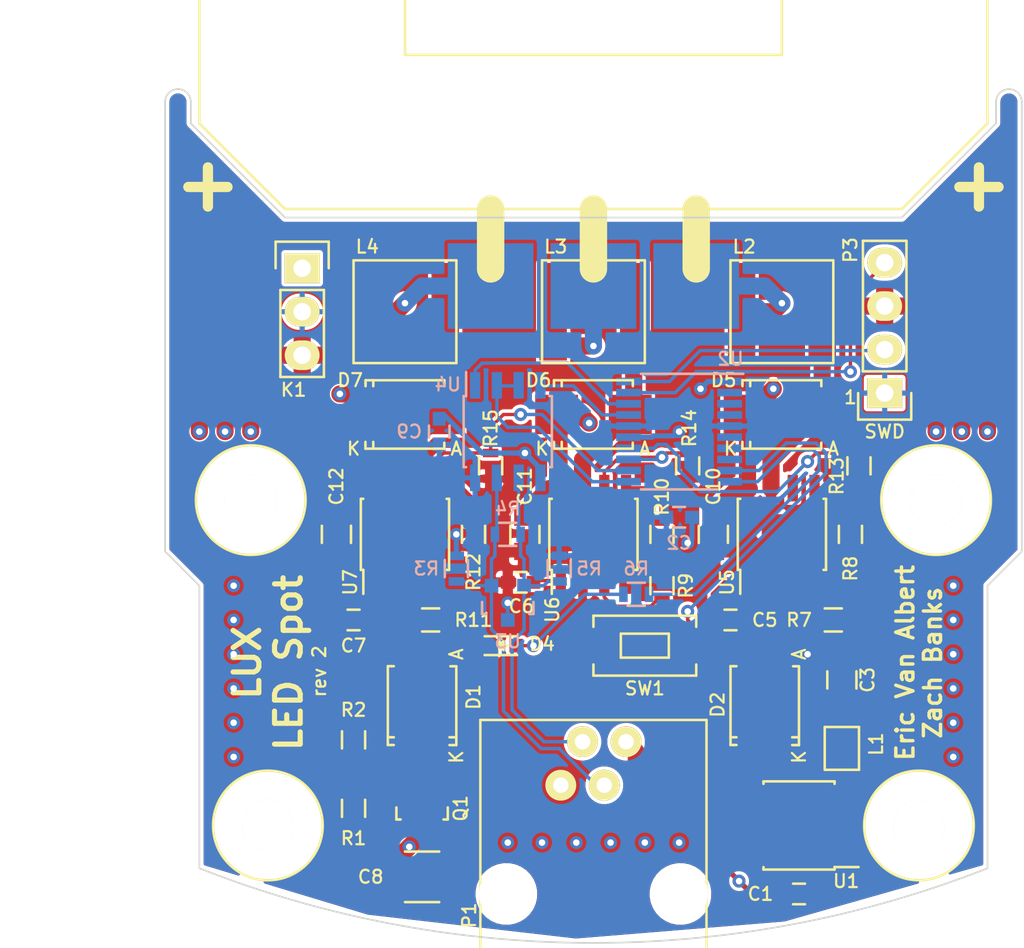
<source format=kicad_pcb>
(kicad_pcb (version 4) (host pcbnew 4.0.7)
  (layers (0 F.Cu signal hide) (1 Inner2.Cu signal hide) (2 Inner1.Cu signal hide) (31 B.Cu signal hide) (34 B.Paste user) (35 F.Paste user) (36 B.SilkS user) (37 F.SilkS user) (38 B.Mask user) (39 F.Mask user) (44 Edge.Cuts user))
  (net 0 "")
  (net 1 +48V)
  (net 2 /DE)
  (net 3 /DriverB/LEDCat)
  (net 4 /DriverG/LEDCat)
  (net 5 /DriverR/LEDCat)
  (net 6 /RX)
  (net 7 /SWCLK)
  (net 8 /SWDIO)
  (net 9 /TX)
  (net 10 /USR_LED)
  (net 11 GND)
  (net 12 VCC)
  (net 13 "Net-(C5-Pad1)")
  (net 14 "Net-(C6-Pad1)")
  (net 15 "Net-(C7-Pad1)")
  (net 16 "Net-(D1-Pad1)")
  (net 17 "Net-(D2-Pad1)")
  (net 18 "Net-(D4-Pad2)")
  (net 19 "Net-(D5-Pad2)")
  (net 20 "Net-(D6-Pad2)")
  (net 21 "Net-(D7-Pad2)")
  (net 22 /LED_R)
  (net 23 /LED_G)
  (net 24 /LED_B)
  (net 25 "Net-(P1-Pad2)")
  (net 26 "Net-(P1-Pad3)")
  (net 27 "Net-(Q1-Pad1)")
  (net 28 "Net-(R7-Pad2)")
  (net 29 "Net-(R8-Pad2)")
  (net 30 "Net-(R9-Pad2)")
  (net 31 "Net-(R10-Pad2)")
  (net 32 "Net-(R11-Pad2)")
  (net 33 "Net-(R12-Pad2)")
  (net 34 /PWM_R)
  (net 35 /PWM_G)
  (net 36 /PWM_B)
  (net 37 /USR_BUTTON)
  (net 38 "Net-(U2-Pad2)")
  (net 39 "Net-(U2-Pad3)")
  (net 40 "Net-(U2-Pad4)")
  (net 41 "Net-(U2-Pad6)")
  (net 42 "Net-(U2-Pad7)")
  (net 43 "Net-(U2-Pad8)")
  (module CHINESE-LARGE-LED (layer F.Cu) (at 175 143 180)
    (fp_text reference P2 (at 0 0 180) (layer F.SilkS) (effects (font (size 0.762 0.762) (thickness 0.13))))
    (fp_text value LED hide)
    (pad 4 smd rect (at -6 -24.5 180) (size 5 5) (layers B.Cu B.Mask) (net 5 /DriverR/LEDCat))
    (pad 3 smd rect (at 0 -24.5 180) (size 5 5) (layers B.Cu B.Mask) (net 4 /DriverG/LEDCat))
    (pad 2 smd rect (at 6 -24.5 180) (size 5 5) (layers B.Cu B.Mask) (net 3 /DriverB/LEDCat))
    (pad 1 smd rect (at -21.5 -26.5 180) (size 5 11) (layers F.Cu F.Mask) (net 1 +48V))
    (pad 1 smd rect (at 21.5 -26.5 180) (size 5 11) (layers F.Cu F.Mask) (net 1 +48V))
  )
  (module HOLE (layer F.Cu) (at 156 199)
    (fp_text reference HOLE hide)
    (fp_text value VAL** hide)
    (pad "" np_thru_hole circle (at 0 0) (size 3 3) (drill 3) (layers *.Cu *.Mask F.SilkS) (clearance 1.7))
  )
  (module HOLE (layer F.Cu) (at 194 199)
    (fp_text reference HOLE hide)
    (fp_text value VAL** hide)
    (pad "" np_thru_hole circle (at 0 0) (size 3 3) (drill 3) (layers *.Cu *.Mask F.SilkS) (clearance 1.7))
  )
  (module HOLE (layer F.Cu) (at 195 180)
    (fp_text reference HOLE hide)
    (fp_text value VAL** hide)
    (pad "" np_thru_hole circle (at 0 0) (size 3 3) (drill 3) (layers *.Cu *.Mask F.SilkS) (clearance 1.7))
  )
  (module HOLE (layer F.Cu) (at 155 180)
    (fp_text reference HOLE hide)
    (fp_text value VAL** hide)
    (pad "" np_thru_hole circle (at 0 0) (size 3 3) (drill 3) (layers *.Cu *.Mask F.SilkS) (clearance 1.7))
  )
  (module Capacitors_SMD:C_0603 (layer F.Cu) (at 187 203)
    (fp_text reference C1 (at -2.25 0 180) (layer F.SilkS) (effects (font (size 0.762 0.762) (thickness 0.13))))
    (fp_text value 100n)
    (pad 1 smd rect (at -0.75 0) (size 0.8 0.75) (layers F.Cu F.Paste F.Mask) (net 1 +48V))
    (pad 2 smd rect (at 0.75 0) (size 0.8 0.75) (layers F.Cu F.Paste F.Mask) (net 11 GND))
  )
  (module Capacitors_SMD:C_0603 (layer B.Cu) (at 180 181)
    (fp_text reference C2 (at 0 1.5) (layer B.SilkS) (effects (font (size 0.762 0.762) (thickness 0.13)) (justify mirror)))
    (fp_text value 100n)
    (pad 1 smd rect (at -0.75 0) (size 0.8 0.75) (layers B.Cu B.Paste B.Mask) (net 12 VCC))
    (pad 2 smd rect (at 0.75 0) (size 0.8 0.75) (layers B.Cu B.Paste B.Mask) (net 11 GND))
  )
  (module Capacitors_SMD:C_0805 (layer F.Cu) (at 189.5 190.5 270)
    (fp_text reference C3 (at 0 -1.5 270) (layer F.SilkS) (effects (font (size 0.762 0.762) (thickness 0.13))))
    (fp_text value 4u7)
    (pad 1 smd rect (at -1 0 270) (size 1 1.25) (layers F.Cu F.Paste F.Mask) (net 12 VCC))
    (pad 2 smd rect (at 1 0 270) (size 1 1.25) (layers F.Cu F.Paste F.Mask) (net 11 GND))
  )
  (module Capacitors_SMD:C_0603 (layer F.Cu) (at 183 187)
    (fp_text reference C5 (at 2 0) (layer F.SilkS) (effects (font (size 0.762 0.762) (thickness 0.13))))
    (fp_text value 1u)
    (pad 1 smd rect (at -0.75 0) (size 0.8 0.75) (layers F.Cu F.Paste F.Mask) (net 13 "Net-(C5-Pad1)"))
    (pad 2 smd rect (at 0.75 0) (size 0.8 0.75) (layers F.Cu F.Paste F.Mask) (net 11 GND))
  )
  (module Capacitors_SMD:C_0603 (layer F.Cu) (at 170.75 184.8 180)
    (fp_text reference C6 (at -0.05 -1.4 180) (layer F.SilkS) (effects (font (size 0.762 0.762) (thickness 0.13))))
    (fp_text value 1u)
    (pad 1 smd rect (at -0.75 0 180) (size 0.8 0.75) (layers F.Cu F.Paste F.Mask) (net 14 "Net-(C6-Pad1)"))
    (pad 2 smd rect (at 0.75 0 180) (size 0.8 0.75) (layers F.Cu F.Paste F.Mask) (net 11 GND))
  )
  (module Capacitors_SMD:C_0603 (layer F.Cu) (at 161 187)
    (fp_text reference C7 (at 0 1.5) (layer F.SilkS) (effects (font (size 0.762 0.762) (thickness 0.13))))
    (fp_text value 1u)
    (pad 1 smd rect (at -0.75 0) (size 0.8 0.75) (layers F.Cu F.Paste F.Mask) (net 15 "Net-(C7-Pad1)"))
    (pad 2 smd rect (at 0.75 0) (size 0.8 0.75) (layers F.Cu F.Paste F.Mask) (net 11 GND))
  )
  (module Capacitors_SMD:C_1210 (layer F.Cu) (at 165 202)
    (fp_text reference C8 (at -3 0) (layer F.SilkS) (effects (font (size 0.762 0.762) (thickness 0.13))))
    (fp_text value 2u2)
    (pad 1 smd rect (at -1.5 0) (size 1 2.5) (layers F.Cu F.Paste F.Mask) (net 1 +48V))
    (pad 2 smd rect (at 1.5 0) (size 1 2.5) (layers F.Cu F.Paste F.Mask) (net 11 GND))
  )
  (module Capacitors_SMD:C_0603 (layer B.Cu) (at 166 176 90)
    (fp_text reference C9 (at 0 -1.75 180) (layer B.SilkS) (effects (font (size 0.762 0.762) (thickness 0.13)) (justify mirror)))
    (fp_text value 100n)
    (pad 1 smd rect (at -0.75 0 90) (size 0.8 0.75) (layers B.Cu B.Paste B.Mask) (net 12 VCC))
    (pad 2 smd rect (at 0.75 0 90) (size 0.8 0.75) (layers B.Cu B.Paste B.Mask) (net 11 GND))
  )
  (module Capacitors_SMD:C_0805 (layer F.Cu) (at 182 182 270)
    (fp_text reference C10 (at -2.8 0 270) (layer F.SilkS) (effects (font (size 0.762 0.762) (thickness 0.13))))
    (fp_text value 100n)
    (pad 1 smd rect (at -1 0 270) (size 1 1.25) (layers F.Cu F.Paste F.Mask) (net 1 +48V))
    (pad 2 smd rect (at 1 0 270) (size 1 1.25) (layers F.Cu F.Paste F.Mask) (net 11 GND))
  )
  (module Capacitors_SMD:C_0805 (layer F.Cu) (at 171 182 270)
    (fp_text reference C11 (at -2.8 0 270) (layer F.SilkS) (effects (font (size 0.762 0.762) (thickness 0.13))))
    (fp_text value 100n)
    (pad 1 smd rect (at -1 0 270) (size 1 1.25) (layers F.Cu F.Paste F.Mask) (net 1 +48V))
    (pad 2 smd rect (at 1 0 270) (size 1 1.25) (layers F.Cu F.Paste F.Mask) (net 11 GND))
  )
  (module Capacitors_SMD:C_0805 (layer F.Cu) (at 160 182 270)
    (fp_text reference C12 (at -2.8 0 270) (layer F.SilkS) (effects (font (size 0.762 0.762) (thickness 0.13))))
    (fp_text value 100n)
    (pad 1 smd rect (at -1 0 270) (size 1 1.25) (layers F.Cu F.Paste F.Mask) (net 1 +48V))
    (pad 2 smd rect (at 1 0 270) (size 1 1.25) (layers F.Cu F.Paste F.Mask) (net 11 GND))
  )
  (module Diodes_SMD:SMB_Standard (layer F.Cu) (at 165 192 90)
    (fp_text reference D1 (at 0.5 3 90) (layer F.SilkS) (effects (font (size 0.762 0.762) (thickness 0.13))))
    (fp_text value 1SMB58AT3G)
    (fp_text user K (at -3 2 90) (layer F.SilkS) (effects (font (size 0.762 0.762) (thickness 0.13))))
    (fp_text user A (at 3 2 90) (layer F.SilkS) (effects (font (size 0.762 0.762) (thickness 0.13))))
    (pad 1 smd rect (at -2.14884 0 90) (size 2.49936 2.30124) (layers F.Cu F.Paste F.Mask) (net 16 "Net-(D1-Pad1)"))
    (pad 2 smd rect (at 2.14884 0 90) (size 2.49936 2.30124) (layers F.Cu F.Paste F.Mask) (net 11 GND))
  )
  (module Diodes_SMD:SMB_Standard (layer F.Cu) (at 185 192 90)
    (fp_text reference D2 (at 0.05 -2.75 90) (layer F.SilkS) (effects (font (size 0.762 0.762) (thickness 0.13))))
    (fp_text value STPS1H100U)
    (fp_text user K (at -3 2 90) (layer F.SilkS) (effects (font (size 0.762 0.762) (thickness 0.13))))
    (fp_text user A (at 3 2 90) (layer F.SilkS) (effects (font (size 0.762 0.762) (thickness 0.13))))
    (pad 1 smd rect (at -2.14884 0 90) (size 2.49936 2.30124) (layers F.Cu F.Paste F.Mask) (net 17 "Net-(D2-Pad1)"))
    (pad 2 smd rect (at 2.14884 0 90) (size 2.49936 2.30124) (layers F.Cu F.Paste F.Mask) (net 11 GND))
  )
  (module LEDs:LED_0603 (layer F.Cu) (at 169.7493 188.5)
    (fp_text reference D4 (at 2.2507 -0.1) (layer F.SilkS) (effects (font (size 0.762 0.762) (thickness 0.13))))
    (fp_text value USR)
    (pad 2 smd rect (at 0.7493 0 180) (size 0.79756 0.79756) (layers F.Cu F.Paste F.Mask) (net 18 "Net-(D4-Pad2)"))
    (pad 1 smd rect (at -0.7493 0 180) (size 0.79756 0.79756) (layers F.Cu F.Paste F.Mask) (net 11 GND))
  )
  (module Diodes_SMD:SMB_Standard (layer F.Cu) (at 186 175)
    (fp_text reference D5 (at -3.4 -2) (layer F.SilkS) (effects (font (size 0.762 0.762) (thickness 0.13))))
    (fp_text value STPS1H100U)
    (fp_text user K (at -3 2) (layer F.SilkS) (effects (font (size 0.762 0.762) (thickness 0.13))))
    (fp_text user A (at 3 2) (layer F.SilkS) (effects (font (size 0.762 0.762) (thickness 0.13))))
    (pad 1 smd rect (at -2.14884 0) (size 2.49936 2.30124) (layers F.Cu F.Paste F.Mask) (net 1 +48V))
    (pad 2 smd rect (at 2.14884 0) (size 2.49936 2.30124) (layers F.Cu F.Paste F.Mask) (net 19 "Net-(D5-Pad2)"))
  )
  (module Diodes_SMD:SMB_Standard (layer F.Cu) (at 175 175)
    (fp_text reference D6 (at -3.2 -2) (layer F.SilkS) (effects (font (size 0.762 0.762) (thickness 0.13))))
    (fp_text value STPS1H100U)
    (fp_text user K (at -3 2) (layer F.SilkS) (effects (font (size 0.762 0.762) (thickness 0.13))))
    (fp_text user A (at 3 2) (layer F.SilkS) (effects (font (size 0.762 0.762) (thickness 0.13))))
    (pad 1 smd rect (at -2.14884 0) (size 2.49936 2.30124) (layers F.Cu F.Paste F.Mask) (net 1 +48V))
    (pad 2 smd rect (at 2.14884 0) (size 2.49936 2.30124) (layers F.Cu F.Paste F.Mask) (net 20 "Net-(D6-Pad2)"))
  )
  (module Diodes_SMD:SMB_Standard (layer F.Cu) (at 164 175)
    (fp_text reference D7 (at -3.2 -2 180) (layer F.SilkS) (effects (font (size 0.762 0.762) (thickness 0.13))))
    (fp_text value STPS1H100U)
    (fp_text user K (at -3 2) (layer F.SilkS) (effects (font (size 0.762 0.762) (thickness 0.13))))
    (fp_text user A (at 3 2) (layer F.SilkS) (effects (font (size 0.762 0.762) (thickness 0.13))))
    (pad 1 smd rect (at -2.14884 0) (size 2.49936 2.30124) (layers F.Cu F.Paste F.Mask) (net 1 +48V))
    (pad 2 smd rect (at 2.14884 0) (size 2.49936 2.30124) (layers F.Cu F.Paste F.Mask) (net 21 "Net-(D7-Pad2)"))
  )
  (module Pin_Headers:Pin_Header_Straight_1x03 (layer F.Cu) (at 158 166.46)
    (fp_text reference K1 (at -0.5 7.1) (layer F.SilkS) (effects (font (size 0.762 0.762) (thickness 0.13))))
    (fp_text value PWR)
    (pad 1 thru_hole rect (at 0 0) (size 2.032 1.7272) (drill 1.016) (layers *.Cu *.Mask F.SilkS) (net 1 +48V))
    (pad 2 thru_hole oval (at 0 2.54) (size 2.032 1.7272) (drill 1.016) (layers *.Cu *.Mask F.SilkS) (net 12 VCC))
    (pad 3 thru_hole oval (at 0 5.08) (size 2.032 1.7272) (drill 1.016) (layers *.Cu *.Mask F.SilkS) (net 11 GND))
  )
  (module custom:VLF-M (layer F.Cu) (at 189.5 194.5)
    (fp_text reference L1 (at 2 -0.25 90) (layer F.SilkS) (effects (font (size 0.762 0.762) (thickness 0.13))))
    (fp_text value 22u hide)
    (pad 1 smd rect (at -0.675 0) (size 0.75 1.3) (layers F.Cu F.Paste F.Mask) (net 17 "Net-(D2-Pad1)"))
    (pad 2 smd rect (at 0.675 0) (size 0.75 1.3) (layers F.Cu F.Paste F.Mask) (net 12 VCC))
  )
  (module custom:NRS6028T101MMGJ (layer F.Cu) (at 186 169)
    (fp_text reference L2 (at -2.2 -3.8) (layer F.SilkS) (effects (font (size 0.762 0.762) (thickness 0.13))))
    (fp_text value 100u hide)
    (pad 1 smd rect (at 2.35 0) (size 1.6 5.7) (layers F.Cu F.Paste F.Mask) (net 19 "Net-(D5-Pad2)"))
    (pad 2 smd rect (at -2.35 0) (size 1.6 5.7) (layers F.Cu F.Paste F.Mask) (net 22 /LED_R))
  )
  (module custom:NRS6028T101MMGJ (layer F.Cu) (at 175 169)
    (fp_text reference L3 (at -2.2 -3.8 180) (layer F.SilkS) (effects (font (size 0.762 0.762) (thickness 0.13))))
    (fp_text value 100u hide)
    (pad 1 smd rect (at 2.35 0) (size 1.6 5.7) (layers F.Cu F.Paste F.Mask) (net 20 "Net-(D6-Pad2)"))
    (pad 2 smd rect (at -2.35 0) (size 1.6 5.7) (layers F.Cu F.Paste F.Mask) (net 23 /LED_G))
  )
  (module custom:NRS6028T101MMGJ (layer F.Cu) (at 164 169)
    (fp_text reference L4 (at -2.2 -3.8) (layer F.SilkS) (effects (font (size 0.762 0.762) (thickness 0.13))))
    (fp_text value 100u hide)
    (pad 1 smd rect (at 2.35 0) (size 1.6 5.7) (layers F.Cu F.Paste F.Mask) (net 21 "Net-(D7-Pad2)"))
    (pad 2 smd rect (at -2.35 0) (size 1.6 5.7) (layers F.Cu F.Paste F.Mask) (net 24 /LED_B))
  )
  (module custom:Assman-6p4c (layer F.Cu) (at 175 203)
    (fp_text reference P1 (at -7.25 1.25 270) (layer F.SilkS) (effects (font (size 0.762 0.762) (thickness 0.13))))
    (fp_text value mod_jack_in hide)
    (pad "" np_thru_hole circle (at -5.08 0) (size 3.2 3.2) (drill 3.2) (layers *.Cu *.Mask F.SilkS))
    (pad "" np_thru_hole circle (at 5.08 0) (size 3.2 3.2) (drill 3.2) (layers *.Cu *.Mask F.SilkS))
    (pad 1 thru_hole circle (at -1.905 -6.35) (size 1.8 1.8) (drill 0.9) (layers *.Cu *.Mask F.SilkS) (net 11 GND))
    (pad 2 thru_hole circle (at -0.635 -8.89) (size 1.8 1.8) (drill 0.9) (layers *.Cu *.Mask F.SilkS) (net 25 "Net-(P1-Pad2)"))
    (pad 3 thru_hole circle (at 0.635 -6.35) (size 1.8 1.8) (drill 0.9) (layers *.Cu *.Mask F.SilkS) (net 26 "Net-(P1-Pad3)"))
    (pad 4 thru_hole circle (at 1.905 -8.89) (size 1.8 1.8) (drill 0.9) (layers *.Cu *.Mask F.SilkS) (net 16 "Net-(D1-Pad1)"))
  )
  (module Pin_Headers:Pin_Header_Straight_1x04 (layer F.Cu) (at 192 173.75 180)
    (fp_text reference P3 (at 2 8.35 270) (layer F.SilkS) (effects (font (size 0.762 0.762) (thickness 0.13))))
    (fp_text value SWD)
    (pad 1 thru_hole rect (at 0 0 180) (size 2.032 1.7272) (drill 1.016) (layers *.Cu *.Mask F.SilkS) (net 12 VCC))
    (pad 2 thru_hole oval (at 0 2.54 180) (size 2.032 1.7272) (drill 1.016) (layers *.Cu *.Mask F.SilkS) (net 7 /SWCLK))
    (pad 3 thru_hole oval (at 0 5.08 180) (size 2.032 1.7272) (drill 1.016) (layers *.Cu *.Mask F.SilkS) (net 11 GND))
    (pad 4 thru_hole oval (at 0 7.62 180) (size 2.032 1.7272) (drill 1.016) (layers *.Cu *.Mask F.SilkS) (net 8 /SWDIO))
  )
  (module TO_SOT_Packages_SMD:SOT-23 (layer F.Cu) (at 165 198 180)
    (fp_text reference Q1 (at -2.25 0 450) (layer F.SilkS) (effects (font (size 0.762 0.762) (thickness 0.13))))
    (fp_text value FDN5618P)
    (pad 1 smd rect (at -0.95 1.00076 180) (size 0.8001 0.8001) (layers F.Cu F.Paste F.Mask) (net 27 "Net-(Q1-Pad1)"))
    (pad 2 smd rect (at 0.95 1.00076 180) (size 0.8001 0.8001) (layers F.Cu F.Paste F.Mask) (net 16 "Net-(D1-Pad1)"))
    (pad 3 smd rect (at 0 -0.99822 180) (size 0.8001 0.8001) (layers F.Cu F.Paste F.Mask) (net 1 +48V))
  )
  (module Resistors_SMD:R_0603 (layer F.Cu) (at 161 198 270)
    (fp_text reference R1 (at 1.75 0 360) (layer F.SilkS) (effects (font (size 0.762 0.762) (thickness 0.13))))
    (fp_text value 22K)
    (pad 1 smd rect (at -0.75 0 270) (size 0.5 0.9) (layers F.Cu F.Paste F.Mask) (net 16 "Net-(D1-Pad1)"))
    (pad 2 smd rect (at 0.75 0 270) (size 0.5 0.9) (layers F.Cu F.Paste F.Mask) (net 27 "Net-(Q1-Pad1)"))
  )
  (module Resistors_SMD:R_0603 (layer F.Cu) (at 161 194 90)
    (fp_text reference R2 (at 1.75 0 180) (layer F.SilkS) (effects (font (size 0.762 0.762) (thickness 0.13))))
    (fp_text value 47K)
    (pad 1 smd rect (at -0.75 0 90) (size 0.5 0.9) (layers F.Cu F.Paste F.Mask) (net 27 "Net-(Q1-Pad1)"))
    (pad 2 smd rect (at 0.75 0 90) (size 0.5 0.9) (layers F.Cu F.Paste F.Mask) (net 11 GND))
  )
  (module Resistors_SMD:R_0603 (layer B.Cu) (at 167 184 270)
    (fp_text reference R3 (at 0 1.75 360) (layer B.SilkS) (effects (font (size 0.762 0.762) (thickness 0.13)) (justify mirror)))
    (fp_text value 680R)
    (pad 1 smd rect (at -0.75 0 270) (size 0.5 0.9) (layers B.Cu B.Paste B.Mask) (net 11 GND))
    (pad 2 smd rect (at 0.75 0 270) (size 0.5 0.9) (layers B.Cu B.Paste B.Mask) (net 26 "Net-(P1-Pad3)"))
  )
  (module Resistors_SMD:R_0603 (layer B.Cu) (at 170 182)
    (fp_text reference R4 (at 0 -1.5) (layer B.SilkS) (effects (font (size 0.762 0.762) (thickness 0.13)) (justify mirror)))
    (fp_text value 120R)
    (pad 1 smd rect (at -0.75 0) (size 0.5 0.9) (layers B.Cu B.Paste B.Mask) (net 26 "Net-(P1-Pad3)"))
    (pad 2 smd rect (at 0.75 0) (size 0.5 0.9) (layers B.Cu B.Paste B.Mask) (net 25 "Net-(P1-Pad2)"))
  )
  (module Resistors_SMD:R_0603 (layer B.Cu) (at 173 184 90)
    (fp_text reference R5 (at 0 1.75 180) (layer B.SilkS) (effects (font (size 0.762 0.762) (thickness 0.13)) (justify mirror)))
    (fp_text value 680R)
    (pad 1 smd rect (at -0.75 0 90) (size 0.5 0.9) (layers B.Cu B.Paste B.Mask) (net 25 "Net-(P1-Pad2)"))
    (pad 2 smd rect (at 0.75 0 90) (size 0.5 0.9) (layers B.Cu B.Paste B.Mask) (net 12 VCC))
  )
  (module Resistors_SMD:R_0603 (layer B.Cu) (at 177.5 185.5 180)
    (fp_text reference R6 (at 0 1.5 180) (layer B.SilkS) (effects (font (size 0.762 0.762) (thickness 0.13)) (justify mirror)))
    (fp_text value 220R)
    (pad 1 smd rect (at -0.75 0 180) (size 0.5 0.9) (layers B.Cu B.Paste B.Mask) (net 10 /USR_LED))
    (pad 2 smd rect (at 0.75 0 180) (size 0.5 0.9) (layers B.Cu B.Paste B.Mask) (net 18 "Net-(D4-Pad2)"))
  )
  (module Resistors_SMD:R_0603 (layer F.Cu) (at 189 187 180)
    (fp_text reference R7 (at 2 0 180) (layer F.SilkS) (effects (font (size 0.762 0.762) (thickness 0.13))))
    (fp_text value 3K3)
    (pad 1 smd rect (at -0.75 0 180) (size 0.5 0.9) (layers F.Cu F.Paste F.Mask) (net 11 GND))
    (pad 2 smd rect (at 0.75 0 180) (size 0.5 0.9) (layers F.Cu F.Paste F.Mask) (net 28 "Net-(R7-Pad2)"))
  )
  (module Resistors_SMD:R_0603 (layer F.Cu) (at 190 182 90)
    (fp_text reference R8 (at -2 0 90) (layer F.SilkS) (effects (font (size 0.762 0.762) (thickness 0.13))))
    (fp_text value 22K)
    (pad 1 smd rect (at -0.75 0 90) (size 0.5 0.9) (layers F.Cu F.Paste F.Mask) (net 11 GND))
    (pad 2 smd rect (at 0.75 0 90) (size 0.5 0.9) (layers F.Cu F.Paste F.Mask) (net 29 "Net-(R8-Pad2)"))
  )
  (module Resistors_SMD:R_0603 (layer F.Cu) (at 179 185 270)
    (fp_text reference R9 (at 0 -1.4 270) (layer F.SilkS) (effects (font (size 0.762 0.762) (thickness 0.13))))
    (fp_text value 3K3)
    (pad 1 smd rect (at -0.75 0 270) (size 0.5 0.9) (layers F.Cu F.Paste F.Mask) (net 11 GND))
    (pad 2 smd rect (at 0.75 0 270) (size 0.5 0.9) (layers F.Cu F.Paste F.Mask) (net 30 "Net-(R9-Pad2)"))
  )
  (module Resistors_SMD:R_0603 (layer F.Cu) (at 179 182 90)
    (fp_text reference R10 (at 2.2 0 90) (layer F.SilkS) (effects (font (size 0.762 0.762) (thickness 0.13))))
    (fp_text value 22K)
    (pad 1 smd rect (at -0.75 0 90) (size 0.5 0.9) (layers F.Cu F.Paste F.Mask) (net 11 GND))
    (pad 2 smd rect (at 0.75 0 90) (size 0.5 0.9) (layers F.Cu F.Paste F.Mask) (net 31 "Net-(R10-Pad2)"))
  )
  (module Resistors_SMD:R_0603 (layer F.Cu) (at 165.5 187 180)
    (fp_text reference R11 (at -2.5 0 180) (layer F.SilkS) (effects (font (size 0.762 0.762) (thickness 0.13))))
    (fp_text value 3K3)
    (pad 1 smd rect (at -0.75 0 180) (size 0.5 0.9) (layers F.Cu F.Paste F.Mask) (net 11 GND))
    (pad 2 smd rect (at 0.75 0 180) (size 0.5 0.9) (layers F.Cu F.Paste F.Mask) (net 32 "Net-(R11-Pad2)"))
  )
  (module Resistors_SMD:R_0603 (layer F.Cu) (at 168 182 90)
    (fp_text reference R12 (at -2.2 0 90) (layer F.SilkS) (effects (font (size 0.762 0.762) (thickness 0.13))))
    (fp_text value 22K)
    (pad 1 smd rect (at -0.75 0 90) (size 0.5 0.9) (layers F.Cu F.Paste F.Mask) (net 11 GND))
    (pad 2 smd rect (at 0.75 0 90) (size 0.5 0.9) (layers F.Cu F.Paste F.Mask) (net 33 "Net-(R12-Pad2)"))
  )
  (module Resistors_SMD:R_0603 (layer F.Cu) (at 190.5 178 270)
    (fp_text reference R13 (at 0.6 1.3 270) (layer F.SilkS) (effects (font (size 0.762 0.762) (thickness 0.13))))
    (fp_text value 1K)
    (pad 1 smd rect (at -0.75 0 270) (size 0.5 0.9) (layers F.Cu F.Paste F.Mask) (net 34 /PWM_R))
    (pad 2 smd rect (at 0.75 0 270) (size 0.5 0.9) (layers F.Cu F.Paste F.Mask) (net 11 GND))
  )
  (module Resistors_SMD:R_0603 (layer F.Cu) (at 180.5 178 270)
    (fp_text reference R14 (at -2.2 -0.1 270) (layer F.SilkS) (effects (font (size 0.762 0.762) (thickness 0.13))))
    (fp_text value 1K)
    (pad 1 smd rect (at -0.75 0 270) (size 0.5 0.9) (layers F.Cu F.Paste F.Mask) (net 35 /PWM_G))
    (pad 2 smd rect (at 0.75 0 270) (size 0.5 0.9) (layers F.Cu F.Paste F.Mask) (net 11 GND))
  )
  (module Resistors_SMD:R_0603 (layer F.Cu) (at 169 178 270)
    (fp_text reference R15 (at -2.2 0 270) (layer F.SilkS) (effects (font (size 0.762 0.762) (thickness 0.13))))
    (fp_text value 1K)
    (pad 1 smd rect (at -0.75 0 270) (size 0.5 0.9) (layers F.Cu F.Paste F.Mask) (net 36 /PWM_B))
    (pad 2 smd rect (at 0.75 0 270) (size 0.5 0.9) (layers F.Cu F.Paste F.Mask) (net 11 GND))
  )
  (module Buttons_Switches_SMD:SW_SPST_EVQPE1 (layer F.Cu) (at 178 188.5 180)
    (fp_text reference SW1 (at 0 -2.5 180) (layer F.SilkS) (effects (font (size 0.762 0.762) (thickness 0.13))))
    (fp_text value SW_Push)
    (pad 2 smd rect (at 2.7 0 180) (size 2 1.6) (layers F.Cu F.Paste F.Mask) (net 11 GND))
    (pad 1 smd rect (at -2.7 0 180) (size 2 1.6) (layers F.Cu F.Paste F.Mask) (net 37 /USR_BUTTON))
  )
  (module Housings_SOIC:SOIC-8_3.9x4.9mm_Pitch1.27mm (layer F.Cu) (at 187 199 180)
    (fp_text reference U1 (at -2.75 -3.25 180) (layer F.SilkS) (effects (font (size 0.762 0.762) (thickness 0.13))))
    (fp_text value LM2594-HV)
    (pad 1 smd rect (at -2.7 -1.905 180) (size 1.55 0.6) (layers F.Cu F.Paste F.Mask) (net 11 GND))
    (pad 2 smd rect (at -2.7 -0.635 180) (size 1.55 0.6) (layers F.Cu F.Paste F.Mask) (net 11 GND))
    (pad 3 smd rect (at -2.7 0.635 180) (size 1.55 0.6) (layers F.Cu F.Paste F.Mask) (net 11 GND))
    (pad 4 smd rect (at -2.7 1.905 180) (size 1.55 0.6) (layers F.Cu F.Paste F.Mask) (net 12 VCC))
    (pad 5 smd rect (at 2.7 1.905 180) (size 1.55 0.6) (layers F.Cu F.Paste F.Mask) (net 11 GND))
    (pad 6 smd rect (at 2.7 0.635 180) (size 1.55 0.6) (layers F.Cu F.Paste F.Mask) (net 11 GND))
    (pad 7 smd rect (at 2.7 -0.635 180) (size 1.55 0.6) (layers F.Cu F.Paste F.Mask) (net 1 +48V))
    (pad 8 smd rect (at 2.7 -1.905 180) (size 1.55 0.6) (layers F.Cu F.Paste F.Mask) (net 17 "Net-(D2-Pad1)"))
  )
  (module Housings_SSOP:TSSOP-20_4.4x6.5mm_Pitch0.65mm (layer B.Cu) (at 180 176 180)
    (fp_text reference U2 (at -3 4.25 180) (layer B.SilkS) (effects (font (size 0.762 0.762) (thickness 0.13)) (justify mirror)))
    (fp_text value STM32F030-20)
    (pad 1 smd rect (at -2.95 2.925 180) (size 1.45 0.45) (layers B.Cu B.Paste B.Mask) (net 11 GND))
    (pad 2 smd rect (at -2.95 2.275 180) (size 1.45 0.45) (layers B.Cu B.Paste B.Mask) (net 38 "Net-(U2-Pad2)"))
    (pad 3 smd rect (at -2.95 1.625 180) (size 1.45 0.45) (layers B.Cu B.Paste B.Mask) (net 39 "Net-(U2-Pad3)"))
    (pad 4 smd rect (at -2.95 0.975 180) (size 1.45 0.45) (layers B.Cu B.Paste B.Mask) (net 40 "Net-(U2-Pad4)"))
    (pad 5 smd rect (at -2.95 0.325 180) (size 1.45 0.45) (layers B.Cu B.Paste B.Mask) (net 12 VCC))
    (pad 6 smd rect (at -2.95 -0.325 180) (size 1.45 0.45) (layers B.Cu B.Paste B.Mask) (net 41 "Net-(U2-Pad6)"))
    (pad 7 smd rect (at -2.95 -0.975 180) (size 1.45 0.45) (layers B.Cu B.Paste B.Mask) (net 42 "Net-(U2-Pad7)"))
    (pad 8 smd rect (at -2.95 -1.625 180) (size 1.45 0.45) (layers B.Cu B.Paste B.Mask) (net 43 "Net-(U2-Pad8)"))
    (pad 9 smd rect (at -2.95 -2.275 180) (size 1.45 0.45) (layers B.Cu B.Paste B.Mask) (net 37 /USR_BUTTON))
    (pad 10 smd rect (at -2.95 -2.925 180) (size 1.45 0.45) (layers B.Cu B.Paste B.Mask) (net 10 /USR_LED))
    (pad 11 smd rect (at 2.95 -2.925 180) (size 1.45 0.45) (layers B.Cu B.Paste B.Mask) (net 2 /DE))
    (pad 12 smd rect (at 2.95 -2.275 180) (size 1.45 0.45) (layers B.Cu B.Paste B.Mask) (net 36 /PWM_B))
    (pad 13 smd rect (at 2.95 -1.625 180) (size 1.45 0.45) (layers B.Cu B.Paste B.Mask) (net 35 /PWM_G))
    (pad 14 smd rect (at 2.95 -0.975 180) (size 1.45 0.45) (layers B.Cu B.Paste B.Mask) (net 34 /PWM_R))
    (pad 15 smd rect (at 2.95 -0.325 180) (size 1.45 0.45) (layers B.Cu B.Paste B.Mask) (net 11 GND))
    (pad 16 smd rect (at 2.95 0.325 180) (size 1.45 0.45) (layers B.Cu B.Paste B.Mask) (net 12 VCC))
    (pad 17 smd rect (at 2.95 0.975 180) (size 1.45 0.45) (layers B.Cu B.Paste B.Mask) (net 9 /TX))
    (pad 18 smd rect (at 2.95 1.625 180) (size 1.45 0.45) (layers B.Cu B.Paste B.Mask) (net 6 /RX))
    (pad 19 smd rect (at 2.95 2.275 180) (size 1.45 0.45) (layers B.Cu B.Paste B.Mask) (net 8 /SWDIO))
    (pad 20 smd rect (at 2.95 2.925 180) (size 1.45 0.45) (layers B.Cu B.Paste B.Mask) (net 7 /SWCLK))
  )
  (module TO_SOT_Packages_SMD:SOT-23 (layer B.Cu) (at 170 186)
    (fp_text reference U3 (at 0 2.25) (layer B.SilkS) (effects (font (size 0.762 0.762) (thickness 0.13)) (justify mirror)))
    (fp_text value 2CH-TVS)
    (pad 1 smd rect (at -0.95 -1.00076) (size 0.8001 0.8001) (layers B.Cu B.Paste B.Mask) (net 26 "Net-(P1-Pad3)"))
    (pad 2 smd rect (at 0.95 -1.00076) (size 0.8001 0.8001) (layers B.Cu B.Paste B.Mask) (net 25 "Net-(P1-Pad2)"))
    (pad 3 smd rect (at 0 0.99822) (size 0.8001 0.8001) (layers B.Cu B.Paste B.Mask) (net 11 GND))
  )
  (module Housings_SOIC:SOIC-8_3.9x4.9mm_Pitch1.27mm (layer B.Cu) (at 170 176 270)
    (fp_text reference U4 (at -2.75 3.5 540) (layer B.SilkS) (effects (font (size 0.762 0.762) (thickness 0.13)) (justify mirror)))
    (fp_text value ISL83485IBZ)
    (pad 1 smd rect (at -2.7 1.905 270) (size 1.55 0.6) (layers B.Cu B.Paste B.Mask) (net 6 /RX))
    (pad 2 smd rect (at -2.7 0.635 270) (size 1.55 0.6) (layers B.Cu B.Paste B.Mask) (net 2 /DE))
    (pad 3 smd rect (at -2.7 -0.635 270) (size 1.55 0.6) (layers B.Cu B.Paste B.Mask) (net 2 /DE))
    (pad 4 smd rect (at -2.7 -1.905 270) (size 1.55 0.6) (layers B.Cu B.Paste B.Mask) (net 9 /TX))
    (pad 5 smd rect (at 2.7 -1.905 270) (size 1.55 0.6) (layers B.Cu B.Paste B.Mask) (net 11 GND))
    (pad 6 smd rect (at 2.7 -0.635 270) (size 1.55 0.6) (layers B.Cu B.Paste B.Mask) (net 25 "Net-(P1-Pad2)"))
    (pad 7 smd rect (at 2.7 0.635 270) (size 1.55 0.6) (layers B.Cu B.Paste B.Mask) (net 26 "Net-(P1-Pad3)"))
    (pad 8 smd rect (at 2.7 1.905 270) (size 1.55 0.6) (layers B.Cu B.Paste B.Mask) (net 12 VCC))
  )
  (module Housings_SOIC:SOIC-8-1EP_3.9x4.9mm_Pitch1.27mm (layer F.Cu) (at 186 182 90)
    (fp_text reference U5 (at -2.8 -3.2 90) (layer F.SilkS) (effects (font (size 0.762 0.762) (thickness 0.13))))
    (fp_text value TPS92511)
    (pad 1 smd rect (at -2.7 -1.905 90) (size 1.55 0.6) (layers F.Cu F.Paste F.Mask) (net 13 "Net-(C5-Pad1)"))
    (pad 2 smd rect (at -2.7 -0.635 90) (size 1.55 0.6) (layers F.Cu F.Paste F.Mask) (net 11 GND))
    (pad 3 smd rect (at -2.7 0.635 90) (size 1.55 0.6) (layers F.Cu F.Paste F.Mask) (net 28 "Net-(R7-Pad2)"))
    (pad 4 smd rect (at -2.7 1.905 90) (size 1.55 0.6) (layers F.Cu F.Paste F.Mask) (net 11 GND))
    (pad 5 smd rect (at 2.7 1.905 90) (size 1.55 0.6) (layers F.Cu F.Paste F.Mask) (net 29 "Net-(R8-Pad2)"))
    (pad 6 smd rect (at 2.7 0.635 90) (size 1.55 0.6) (layers F.Cu F.Paste F.Mask) (net 34 /PWM_R))
    (pad 7 smd rect (at 2.7 -0.635 90) (size 1.55 0.6) (layers F.Cu F.Paste F.Mask) (net 19 "Net-(D5-Pad2)"))
    (pad 8 smd rect (at 2.7 -1.905 90) (size 1.55 0.6) (layers F.Cu F.Paste F.Mask) (net 1 +48V))
    (pad 9 smd rect (at 0.5875 0.5875 90) (size 1.175 1.175) (layers F.Cu F.Paste F.Mask) (net 11 GND))
    (pad 9 smd rect (at 0.5875 -0.5875 90) (size 1.175 1.175) (layers F.Cu F.Paste F.Mask) (net 11 GND))
    (pad 9 smd rect (at -0.5875 0.5875 90) (size 1.175 1.175) (layers F.Cu F.Paste F.Mask) (net 11 GND))
    (pad 9 smd rect (at -0.5875 -0.5875 90) (size 1.175 1.175) (layers F.Cu F.Paste F.Mask) (net 11 GND))
  )
  (module Housings_SOIC:SOIC-8-1EP_3.9x4.9mm_Pitch1.27mm (layer F.Cu) (at 175 182 90)
    (fp_text reference U6 (at -4.4 -2.4 90) (layer F.SilkS) (effects (font (size 0.762 0.762) (thickness 0.13))))
    (fp_text value TPS92511)
    (pad 1 smd rect (at -2.7 -1.905 90) (size 1.55 0.6) (layers F.Cu F.Paste F.Mask) (net 14 "Net-(C6-Pad1)"))
    (pad 2 smd rect (at -2.7 -0.635 90) (size 1.55 0.6) (layers F.Cu F.Paste F.Mask) (net 11 GND))
    (pad 3 smd rect (at -2.7 0.635 90) (size 1.55 0.6) (layers F.Cu F.Paste F.Mask) (net 30 "Net-(R9-Pad2)"))
    (pad 4 smd rect (at -2.7 1.905 90) (size 1.55 0.6) (layers F.Cu F.Paste F.Mask) (net 11 GND))
    (pad 5 smd rect (at 2.7 1.905 90) (size 1.55 0.6) (layers F.Cu F.Paste F.Mask) (net 31 "Net-(R10-Pad2)"))
    (pad 6 smd rect (at 2.7 0.635 90) (size 1.55 0.6) (layers F.Cu F.Paste F.Mask) (net 35 /PWM_G))
    (pad 7 smd rect (at 2.7 -0.635 90) (size 1.55 0.6) (layers F.Cu F.Paste F.Mask) (net 20 "Net-(D6-Pad2)"))
    (pad 8 smd rect (at 2.7 -1.905 90) (size 1.55 0.6) (layers F.Cu F.Paste F.Mask) (net 1 +48V))
    (pad 9 smd rect (at 0.5875 0.5875 90) (size 1.175 1.175) (layers F.Cu F.Paste F.Mask) (net 11 GND))
    (pad 9 smd rect (at 0.5875 -0.5875 90) (size 1.175 1.175) (layers F.Cu F.Paste F.Mask) (net 11 GND))
    (pad 9 smd rect (at -0.5875 0.5875 90) (size 1.175 1.175) (layers F.Cu F.Paste F.Mask) (net 11 GND))
    (pad 9 smd rect (at -0.5875 -0.5875 90) (size 1.175 1.175) (layers F.Cu F.Paste F.Mask) (net 11 GND))
  )
  (module Housings_SOIC:SOIC-8-1EP_3.9x4.9mm_Pitch1.27mm (layer F.Cu) (at 164 182 90)
    (fp_text reference U7 (at -2.8 -3.2 90) (layer F.SilkS) (effects (font (size 0.762 0.762) (thickness 0.13))))
    (fp_text value TPS92511)
    (pad 1 smd rect (at -2.7 -1.905 90) (size 1.55 0.6) (layers F.Cu F.Paste F.Mask) (net 15 "Net-(C7-Pad1)"))
    (pad 2 smd rect (at -2.7 -0.635 90) (size 1.55 0.6) (layers F.Cu F.Paste F.Mask) (net 11 GND))
    (pad 3 smd rect (at -2.7 0.635 90) (size 1.55 0.6) (layers F.Cu F.Paste F.Mask) (net 32 "Net-(R11-Pad2)"))
    (pad 4 smd rect (at -2.7 1.905 90) (size 1.55 0.6) (layers F.Cu F.Paste F.Mask) (net 11 GND))
    (pad 5 smd rect (at 2.7 1.905 90) (size 1.55 0.6) (layers F.Cu F.Paste F.Mask) (net 33 "Net-(R12-Pad2)"))
    (pad 6 smd rect (at 2.7 0.635 90) (size 1.55 0.6) (layers F.Cu F.Paste F.Mask) (net 36 /PWM_B))
    (pad 7 smd rect (at 2.7 -0.635 90) (size 1.55 0.6) (layers F.Cu F.Paste F.Mask) (net 21 "Net-(D7-Pad2)"))
    (pad 8 smd rect (at 2.7 -1.905 90) (size 1.55 0.6) (layers F.Cu F.Paste F.Mask) (net 1 +48V))
    (pad 9 smd rect (at 0.5875 0.5875 90) (size 1.175 1.175) (layers F.Cu F.Paste F.Mask) (net 11 GND))
    (pad 9 smd rect (at 0.5875 -0.5875 90) (size 1.175 1.175) (layers F.Cu F.Paste F.Mask) (net 11 GND))
    (pad 9 smd rect (at -0.5875 0.5875 90) (size 1.175 1.175) (layers F.Cu F.Paste F.Mask) (net 11 GND))
    (pad 9 smd rect (at -0.5875 -0.5875 90) (size 1.175 1.175) (layers F.Cu F.Paste F.Mask) (net 11 GND))
  )
  (gr_text "rev 2" (at 159 190 90) (layer F.SilkS) (effects (font (size 0.762 0.762) (thickness 0.13))))
  (gr_line (start 152 185) (end 152 201.5) (layer Edge.Cuts) (width 0.1))
  (gr_line (start 198 185) (end 198 201.5) (layer Edge.Cuts) (width 0.1))
  (gr_arc (start 175 143) (end 198 201.5) (angle 42.92577185) (layer Edge.Cuts) (width 0.1))
  (gr_text "Eric Van Albert\nZach Banks" (at 194 189.5 90) (layer F.SilkS) (effects (font (size 1 1) (thickness 0.2))))
  (gr_text "LUX\nLED Spot" (at 156 189.5 90) (layer F.SilkS) (effects (font (size 1.5 1.5) (thickness 0.3))))
  (gr_text + (at 152.5 161.5) (layer F.SilkS) (effects (font (size 3 3) (thickness 0.6))))
  (gr_text + (at 197.5 161.5) (layer F.SilkS) (effects (font (size 3 3) (thickness 0.6))))
  (gr_text 1 (at 190 174) (layer F.SilkS) (effects (font (size 0.762 0.762) (thickness 0.13))))
  (gr_text SWD (at 192 176) (layer F.SilkS) (effects (font (size 0.762 0.762) (thickness 0.13))))
  (gr_line (start 200 183) (end 200 156.75) (angle 90) (layer Edge.Cuts) (width 0.1))
  (gr_line (start 150 156.75) (end 150 183) (angle 90) (layer Edge.Cuts) (width 0.1))
  (gr_line (start 198.5 156.75) (end 198.5 158) (angle 90) (layer Edge.Cuts) (width 0.1))
  (gr_arc (start 199.25 156.75) (end 198.5 156.75) (angle 180) (layer Edge.Cuts) (width 0.1))
  (gr_line (start 151.5 156.75) (end 151.5 158) (angle 90) (layer Edge.Cuts) (width 0.1))
  (gr_arc (start 150.75 156.75) (end 150 156.75) (angle 180) (layer Edge.Cuts) (width 0.1))
  (gr_line (start 198 185) (end 200 183) (angle 90) (layer Edge.Cuts) (width 0.1))
  (gr_line (start 152 185) (end 150 183) (angle 90) (layer Edge.Cuts) (width 0.1))
  (gr_line (start 193 163.5) (end 198.5 158) (angle 90) (layer Edge.Cuts) (width 0.1))
  (gr_line (start 157 163.5) (end 193 163.5) (angle 90) (layer Edge.Cuts) (width 0.1))
  (gr_line (start 151.5 158) (end 157 163.5) (angle 90) (layer Edge.Cuts) (width 0.1))
  (segment (start 186.25 203) (end 184.25 203) (width 0.3) (layer F.Cu) (net 1))
  (segment (start 184.25 203) (end 183.5 202.25) (width 0.3) (layer F.Cu) (net 1))
  (via (at 183.5 202.25) (size 0.762) (layers F.Cu B.Cu) (net 1))
  (segment (start 184.333 199.635) (end 183.365 199.635) (width 0.3) (layer F.Cu) (net 1))
  (segment (start 182.75 201.5) (end 183.5 202.25) (width 0.3) (layer F.Cu) (net 1))
  (segment (start 182.75 200.25) (end 182.75 201.5) (width 0.3) (layer F.Cu) (net 1))
  (segment (start 183.365 199.635) (end 182.75 200.25) (width 0.3) (layer F.Cu) (net 1))
  (segment (start 196.5 169.5) (end 198 171) (width 1) (layer F.Cu) (net 1))
  (via (at 198 176) (size 0.762) (layers F.Cu B.Cu) (net 1))
  (segment (start 198 171) (end 198 176) (width 1) (layer F.Cu) (net 1))
  (segment (start 196.5 169.5) (end 195 171) (width 1) (layer F.Cu) (net 1))
  (via (at 195 176) (size 0.762) (layers F.Cu B.Cu) (net 1))
  (segment (start 195 171) (end 195 176) (width 1) (layer F.Cu) (net 1))
  (segment (start 196.5 169.5) (end 196.5 176) (width 1) (layer F.Cu) (net 1))
  (via (at 196.5 176) (size 0.762) (layers F.Cu B.Cu) (net 1))
  (segment (start 153.5 169.5) (end 155 171) (width 1) (layer F.Cu) (net 1))
  (via (at 155 176) (size 0.762) (layers F.Cu B.Cu) (net 1))
  (segment (start 155 171) (end 155 176) (width 1) (layer F.Cu) (net 1))
  (segment (start 153.5 169.5) (end 152 171) (width 1) (layer F.Cu) (net 1))
  (via (at 152 176) (size 0.762) (layers F.Cu B.Cu) (net 1))
  (segment (start 152 171) (end 152 176) (width 1) (layer F.Cu) (net 1))
  (segment (start 153.5 169.5) (end 153.5 176) (width 1) (layer F.Cu) (net 1))
  (via (at 153.5 176) (size 0.762) (layers F.Cu B.Cu) (net 1))
  (via (at 164.25 200.25) (size 0.762) (layers F.Cu B.Cu) (net 1))
  (segment (start 165 199.016) (end 165 199.5) (width 1) (layer F.Cu) (net 1))
  (segment (start 163.476 201.024) (end 163.476 202) (width 1) (layer F.Cu) (net 1))
  (segment (start 165 199.5) (end 164.25 200.25) (width 1) (layer F.Cu) (net 1))
  (segment (start 164.25 200.25) (end 163.476 201.024) (width 1) (layer F.Cu) (net 1))
  (segment (start 183.417 179.333) (end 182 180.75) (width 1) (layer F.Cu) (net 1))
  (segment (start 172.417 179.333) (end 171 180.75) (width 1) (layer F.Cu) (net 1))
  (segment (start 161.417 179.333) (end 160 180.75) (width 1) (layer F.Cu) (net 1))
  (segment (start 184.095 179.333) (end 183.417 179.333) (width 1) (layer F.Cu) (net 1))
  (segment (start 183.9934 179.2314) (end 184.095 179.333) (width 1) (layer F.Cu) (net 1))
  (segment (start 173.095 179.333) (end 172.417 179.333) (width 1) (layer F.Cu) (net 1))
  (segment (start 172.9934 179.2314) (end 173.095 179.333) (width 1) (layer F.Cu) (net 1))
  (segment (start 161.9934 179.2314) (end 162.095 179.333) (width 1) (layer F.Cu) (net 1))
  (segment (start 162.095 179.333) (end 161.417 179.333) (width 1) (layer F.Cu) (net 1))
  (segment (start 183.9934 175) (end 184 175) (width 1) (layer F.Cu) (net 1))
  (via (at 185.5 173.5) (size 0.762) (layers F.Cu B.Cu) (net 1))
  (segment (start 184 175) (end 185.5 173.5) (width 1) (layer F.Cu) (net 1))
  (segment (start 183.9934 175) (end 183.9934 179.2314) (width 1) (layer F.Cu) (net 1))
  (segment (start 172.9934 175) (end 174.25 175) (width 1) (layer F.Cu) (net 1))
  (via (at 174.75 175.5) (size 0.762) (layers F.Cu B.Cu) (net 1))
  (segment (start 174.25 175) (end 174.75 175.5) (width 1) (layer F.Cu) (net 1))
  (segment (start 172.9934 175) (end 172.9934 179.2314) (width 1) (layer F.Cu) (net 1))
  (segment (start 161.9934 175) (end 160.7934 173.8) (width 1) (layer F.Cu) (net 1))
  (via (at 160.2 173.8) (size 0.762) (layers F.Cu B.Cu) (net 1))
  (segment (start 160.7934 173.8) (end 160.2 173.8) (width 1) (layer F.Cu) (net 1))
  (segment (start 161.9934 175) (end 161.9934 179.2314) (width 1) (layer F.Cu) (net 1))
  (segment (start 169.365 173.333) (end 169.365 175.115) (width 0.2) (layer B.Cu) (net 2))
  (segment (start 174.92536 178.92536) (end 177.20092 178.92536) (width 0.2) (layer B.Cu) (net 2))
  (segment (start 171.75 175.75) (end 174.92536 178.92536) (width 0.2) (layer B.Cu) (net 2))
  (segment (start 170 175.75) (end 171.75 175.75) (width 0.2) (layer B.Cu) (net 2))
  (segment (start 169.365 175.115) (end 170 175.75) (width 0.2) (layer B.Cu) (net 2))
  (segment (start 169.365 173.333) (end 170.635 173.333) (width 0.2) (layer B.Cu) (net 2))
  (segment (start 169 167.5) (end 165 167.5) (width 1) (layer B.Cu) (net 3))
  (segment (start 165 167.5) (end 164 168.5) (width 1) (layer B.Cu) (net 3))
  (via (at 164 168.5) (size 0.762) (layers F.Cu B.Cu) (net 3))
  (segment (start 164 168.5) (end 163.5 169) (width 1) (layer F.Cu) (net 3))
  (segment (start 175 167.5) (end 175 171) (width 1) (layer B.Cu) (net 4))
  (via (at 175 171) (size 0.762) (layers F.Cu B.Cu) (net 4))
  (segment (start 175 171) (end 173.5 171) (width 1) (layer F.Cu) (net 4))
  (segment (start 185 167.5) (end 181 167.5) (width 1) (layer B.Cu) (net 5))
  (segment (start 186 168.5) (end 185 167.5) (width 1) (layer B.Cu) (net 5))
  (via (at 186 168.5) (size 0.762) (layers F.Cu B.Cu) (net 5))
  (segment (start 185.5 169) (end 186 168.5) (width 1) (layer F.Cu) (net 5))
  (segment (start 168.095 173.333) (end 168.095 172.405) (width 0.2) (layer B.Cu) (net 6))
  (segment (start 175.875 174.375) (end 177.20092 174.375) (width 0.2) (layer B.Cu) (net 6))
  (segment (start 173.5 172) (end 175.875 174.375) (width 0.2) (layer B.Cu) (net 6))
  (segment (start 168.5 172) (end 173.5 172) (width 0.2) (layer B.Cu) (net 6))
  (segment (start 168.095 172.405) (end 168.5 172) (width 0.2) (layer B.Cu) (net 6))
  (segment (start 177.20092 173.075) (end 179.425 173.075) (width 0.2) (layer B.Cu) (net 7))
  (segment (start 181.23 171.27) (end 192 171.27) (width 0.2) (layer B.Cu) (net 7))
  (segment (start 179.425 173.075) (end 181.23 171.27) (width 0.2) (layer B.Cu) (net 7))
  (segment (start 177.20092 173.725) (end 179.775 173.725) (width 0.2) (layer B.Cu) (net 8))
  (segment (start 179.775 173.725) (end 181 172.5) (width 0.2) (layer B.Cu) (net 8))
  (segment (start 181 172.5) (end 190 172.5) (width 0.2) (layer B.Cu) (net 8))
  (segment (start 190 168.19) (end 192 166.19) (width 0.2) (layer F.Cu) (net 8))
  (segment (start 190 172.5) (end 190 168.19) (width 0.2) (layer F.Cu) (net 8))
  (via (at 190 172.5) (size 0.762) (layers F.Cu B.Cu) (net 8))
  (segment (start 177.20092 175.025) (end 175.525 175.025) (width 0.2) (layer B.Cu) (net 9))
  (segment (start 173.833 173.333) (end 171.905 173.333) (width 0.2) (layer B.Cu) (net 9))
  (segment (start 175.525 175.025) (end 173.833 173.333) (width 0.2) (layer B.Cu) (net 9))
  (segment (start 178.25 185.5) (end 180.934302 185.5) (width 0.2) (layer B.Cu) (net 10))
  (segment (start 182.95 178.925) (end 184.575 178.925) (width 0.2) (layer B.Cu) (net 10))
  (segment (start 186.431001 177.068999) (end 187.826881 177.068999) (width 0.2) (layer B.Cu) (net 10))
  (segment (start 184.575 178.925) (end 186.431001 177.068999) (width 0.2) (layer B.Cu) (net 10))
  (segment (start 187.826881 177.068999) (end 188.181001 177.423119) (width 0.2) (layer B.Cu) (net 10))
  (segment (start 188.181001 177.423119) (end 188.181001 178.253301) (width 0.2) (layer B.Cu) (net 10))
  (segment (start 188.181001 178.253301) (end 180.934302 185.5) (width 0.2) (layer B.Cu) (net 10))
  (via (at 180 176) (size 0.762) (layers F.Cu B.Cu) (net 11))
  (segment (start 178.4256 176.3244) (end 178.5 176.25) (width 0.3) (layer B.Cu) (net 11))
  (segment (start 178.5 176.25) (end 179.75 176.25) (width 0.3) (layer B.Cu) (net 11))
  (segment (start 180 176) (end 179.75 176.25) (width 0.3) (layer B.Cu) (net 11))
  (segment (start 178.4256 176.3244) (end 177.20092 176.3244) (width 0.3) (layer B.Cu) (net 11))
  (segment (start 180.75 181) (end 180.75 182.25) (width 0.3) (layer B.Cu) (net 11))
  (segment (start 180.75 182.25) (end 180.5 182.5) (width 0.3) (layer B.Cu) (net 11))
  (segment (start 154 185) (end 158.8945 185) (width 0.2) (layer F.Cu) (net 11))
  (segment (start 158.8945 185) (end 160 183.8945) (width 0.2) (layer F.Cu) (net 11))
  (segment (start 160 183.8945) (end 160 183.25) (width 0.2) (layer F.Cu) (net 11))
  (segment (start 196 185) (end 191.4825 185) (width 0.2) (layer F.Cu) (net 11))
  (segment (start 191.4825 185) (end 190 183.5175) (width 0.2) (layer F.Cu) (net 11))
  (segment (start 190 183.5175) (end 190 183) (width 0.2) (layer F.Cu) (net 11))
  (segment (start 166.524 202) (end 168 202) (width 0.2) (layer F.Cu) (net 11))
  (segment (start 168 202) (end 170 200) (width 0.2) (layer F.Cu) (net 11))
  (via (at 196 195) (size 0.762) (layers F.Cu B.Cu) (net 11))
  (segment (start 196 193) (end 196 191) (width 0.2) (layer F.Cu) (net 11))
  (via (at 196 191) (size 0.762) (layers F.Cu B.Cu) (net 11))
  (segment (start 196 189) (end 196 187) (width 0.2) (layer F.Cu) (net 11))
  (via (at 196 187) (size 0.762) (layers F.Cu B.Cu) (net 11))
  (via (at 196 185) (size 0.762) (layers F.Cu B.Cu) (net 11))
  (segment (start 196 187) (end 196 185) (width 0.2) (layer F.Cu) (net 11))
  (via (at 196 189) (size 0.762) (layers F.Cu B.Cu) (net 11))
  (segment (start 196 191) (end 196 189) (width 0.2) (layer F.Cu) (net 11))
  (via (at 196 193) (size 0.762) (layers F.Cu B.Cu) (net 11))
  (segment (start 196 195) (end 196 193) (width 0.2) (layer F.Cu) (net 11))
  (via (at 154 195) (size 0.762) (layers F.Cu B.Cu) (net 11))
  (segment (start 154 193) (end 154 191) (width 0.2) (layer F.Cu) (net 11))
  (segment (start 154 189) (end 154 191) (width 0.2) (layer F.Cu) (net 11))
  (via (at 154 189) (size 0.762) (layers F.Cu B.Cu) (net 11))
  (segment (start 154 187) (end 154 185) (width 0.2) (layer F.Cu) (net 11))
  (via (at 154 185) (size 0.762) (layers F.Cu B.Cu) (net 11))
  (via (at 154 187) (size 0.762) (layers F.Cu B.Cu) (net 11))
  (segment (start 154 189) (end 154 187) (width 0.2) (layer F.Cu) (net 11))
  (via (at 154 191) (size 0.762) (layers F.Cu B.Cu) (net 11))
  (via (at 154 193) (size 0.762) (layers F.Cu B.Cu) (net 11))
  (segment (start 154 195) (end 154 193) (width 0.2) (layer F.Cu) (net 11))
  (segment (start 180 200) (end 178 200) (width 0.2) (layer F.Cu) (net 11))
  (via (at 178 200) (size 0.762) (layers F.Cu B.Cu) (net 11))
  (via (at 176 200) (size 0.762) (layers F.Cu B.Cu) (net 11))
  (segment (start 174 200) (end 172 200) (width 0.2) (layer F.Cu) (net 11))
  (via (at 172 200) (size 0.762) (layers F.Cu B.Cu) (net 11))
  (via (at 170 200) (size 0.762) (layers F.Cu B.Cu) (net 11))
  (segment (start 172 200) (end 170 200) (width 0.2) (layer F.Cu) (net 11))
  (via (at 174 200) (size 0.762) (layers F.Cu B.Cu) (net 11))
  (segment (start 174 200) (end 176 200) (width 0.2) (layer F.Cu) (net 11))
  (segment (start 178 200) (end 176 200) (width 0.2) (layer F.Cu) (net 11))
  (via (at 180 200) (size 0.762) (layers F.Cu B.Cu) (net 11))
  (segment (start 181 181) (end 181 181.25) (width 0.3) (layer B.Cu) (net 11))
  (via (at 180.5 182.5) (size 0.762) (layers F.Cu B.Cu) (net 11))
  (segment (start 167 183) (end 167 182) (width 0.3) (layer B.Cu) (net 11))
  (via (at 167 182) (size 0.762) (layers F.Cu B.Cu) (net 11))
  (segment (start 166 175) (end 166.25 175) (width 0.3) (layer B.Cu) (net 11))
  (segment (start 171.905 178.155) (end 171 177.25) (width 0.3) (layer B.Cu) (net 11))
  (via (at 171 177.25) (size 0.762) (layers F.Cu B.Cu) (net 11))
  (segment (start 171.905 178.155) (end 171.905 178.667) (width 0.3) (layer B.Cu) (net 11))
  (segment (start 168.5 177.25) (end 171 177.25) (width 0.3) (layer B.Cu) (net 11))
  (segment (start 166.25 175) (end 168.5 177.25) (width 0.3) (layer B.Cu) (net 11))
  (segment (start 170 187.09982) (end 170 186) (width 0.2) (layer B.Cu) (net 11))
  (via (at 170 186) (size 0.762) (layers F.Cu B.Cu) (net 11))
  (segment (start 182.79908 173.07416) (end 181.67584 173.07416) (width 0.3) (layer B.Cu) (net 11))
  (via (at 181.25 173.5) (size 0.762) (layers F.Cu B.Cu) (net 11))
  (segment (start 181.67584 173.07416) (end 181.25 173.5) (width 0.3) (layer B.Cu) (net 11))
  (segment (start 189.5 189.25) (end 187.75 189.25) (width 0.3) (layer F.Cu) (net 12))
  (via (at 187.5 189) (size 0.762) (layers F.Cu B.Cu) (net 12))
  (segment (start 187.75 189.25) (end 187.5 189) (width 0.3) (layer F.Cu) (net 12))
  (segment (start 190.175 194.5) (end 190.175 195.575) (width 0.3) (layer F.Cu) (net 12))
  (segment (start 189.667 196.083) (end 189.667 197.095) (width 0.3) (layer F.Cu) (net 12))
  (segment (start 190.175 195.575) (end 189.667 196.083) (width 0.3) (layer F.Cu) (net 12))
  (segment (start 190.175 194.5) (end 190.175 194.325) (width 0.3) (layer F.Cu) (net 12))
  (segment (start 189.75 189.25) (end 189.5 189.25) (width 0.3) (layer F.Cu) (net 12))
  (segment (start 191 190.5) (end 189.75 189.25) (width 0.3) (layer F.Cu) (net 12))
  (segment (start 191 193.5) (end 191 190.5) (width 0.3) (layer F.Cu) (net 12))
  (segment (start 190.175 194.325) (end 191 193.5) (width 0.3) (layer F.Cu) (net 12))
  (segment (start 182 185.5) (end 182 187) (width 0.3) (layer F.Cu) (net 13))
  (segment (start 182.833 184.667) (end 182 185.5) (width 0.3) (layer F.Cu) (net 13))
  (segment (start 184.095 184.667) (end 182.833 184.667) (width 0.3) (layer F.Cu) (net 13))
  (segment (start 173.095 184.7) (end 171.6 184.7) (width 0.2) (layer F.Cu) (net 14))
  (segment (start 171.6 184.7) (end 171.5 184.8) (width 0.2) (layer F.Cu) (net 14))
  (segment (start 162.095 184.667) (end 160.833 184.667) (width 0.3) (layer F.Cu) (net 15))
  (segment (start 160 185.5) (end 160 187) (width 0.3) (layer F.Cu) (net 15))
  (segment (start 160.833 184.667) (end 160 185.5) (width 0.3) (layer F.Cu) (net 15))
  (segment (start 161 197.25) (end 163.79924 197.25) (width 0.3) (layer F.Cu) (net 16))
  (segment (start 163.79924 197.25) (end 164.05 196.99924) (width 0.3) (layer F.Cu) (net 16))
  (segment (start 167.5066 194.0066) (end 165 194.0066) (width 1) (layer F.Cu) (net 16))
  (segment (start 164.111 196.984) (end 164.111 194.8956) (width 1) (layer F.Cu) (net 16))
  (segment (start 164.111 194.8956) (end 165 194.0066) (width 1) (layer F.Cu) (net 16))
  (segment (start 172 198.5) (end 167.5066 194.0066) (width 1) (layer F.Cu) (net 16))
  (segment (start 164.095 197) (end 164.111 196.984) (width 0.3) (layer F.Cu) (net 16))
  (segment (start 176.5 198.5) (end 172 198.5) (width 1) (layer F.Cu) (net 16))
  (segment (start 177.5 194.705) (end 177.5 197.5) (width 1) (layer F.Cu) (net 16))
  (segment (start 177.5 197.5) (end 176.5 198.5) (width 1) (layer F.Cu) (net 16))
  (segment (start 185 194.0066) (end 185.4934 194.5) (width 0.3) (layer F.Cu) (net 17))
  (segment (start 185.4934 194.5) (end 188.825 194.5) (width 0.3) (layer F.Cu) (net 17))
  (segment (start 184.333 200.905) (end 185.845 200.905) (width 0.3) (layer F.Cu) (net 17))
  (segment (start 188.825 194.675) (end 188.825 194.5) (width 0.3) (layer F.Cu) (net 17))
  (segment (start 187 196.5) (end 188.825 194.675) (width 0.3) (layer F.Cu) (net 17))
  (segment (start 187 199.75) (end 187 196.5) (width 0.3) (layer F.Cu) (net 17))
  (segment (start 185.845 200.905) (end 187 199.75) (width 0.3) (layer F.Cu) (net 17))
  (segment (start 171.5 188.5) (end 174.5 185.5) (width 0.2) (layer B.Cu) (net 18))
  (segment (start 174.5 185.5) (end 176.75 185.5) (width 0.2) (layer B.Cu) (net 18))
  (via (at 171.5 188.5) (size 0.762) (drill 0.381) (layers F.Cu B.Cu) (net 18))
  (segment (start 170.4986 188.5) (end 171.5 188.5) (width 0.2) (layer F.Cu) (net 18))
  (segment (start 185.365 177.6416) (end 188.0066 175) (width 1) (layer F.Cu) (net 19))
  (segment (start 188.35 174.6566) (end 188.35 169) (width 1) (layer F.Cu) (net 19))
  (segment (start 188.0066 175) (end 188.35 174.6566) (width 1) (layer F.Cu) (net 19))
  (segment (start 185.365 179.333) (end 185.365 177.6416) (width 1) (layer F.Cu) (net 19))
  (segment (start 174.365 177.6416) (end 177.0066 175) (width 1) (layer F.Cu) (net 20))
  (segment (start 177.35 174.6566) (end 177.35 169) (width 1) (layer F.Cu) (net 20))
  (segment (start 177.0066 175) (end 177.35 174.6566) (width 1) (layer F.Cu) (net 20))
  (segment (start 174.365 179.333) (end 174.365 177.6416) (width 1) (layer F.Cu) (net 20))
  (segment (start 166.0066 175) (end 166.35 174.6566) (width 1) (layer F.Cu) (net 21))
  (segment (start 166.35 174.6566) (end 166.35 169) (width 1) (layer F.Cu) (net 21))
  (segment (start 163.365 177.6416) (end 166.0066 175) (width 1) (layer F.Cu) (net 21))
  (segment (start 163.365 179.333) (end 163.365 177.6416) (width 1) (layer F.Cu) (net 21))
  (segment (start 183.65 169) (end 185.5 169) (width 1) (layer F.Cu) (net 22))
  (segment (start 172.65 170.15) (end 172.65 169) (width 1) (layer F.Cu) (net 23))
  (segment (start 173.5 171) (end 172.65 170.15) (width 1) (layer F.Cu) (net 23))
  (segment (start 163.5 169) (end 161.65 169) (width 1) (layer F.Cu) (net 24))
  (segment (start 172.1 185) (end 172.09924 184.99924) (width 0.2) (layer B.Cu) (net 25))
  (segment (start 172.09924 184.99924) (end 170.95 184.99924) (width 0.2) (layer B.Cu) (net 25))
  (segment (start 173 184.75) (end 172.35 184.75) (width 0.2) (layer B.Cu) (net 25))
  (segment (start 172.35 184.75) (end 172.1 185) (width 0.2) (layer B.Cu) (net 25))
  (segment (start 170.75 183.25) (end 170.95 183.45) (width 0.2) (layer B.Cu) (net 25))
  (segment (start 170.95 183.45) (end 170.95 184.99924) (width 0.2) (layer B.Cu) (net 25))
  (segment (start 170.75 182) (end 170.75 183.25) (width 0.2) (layer B.Cu) (net 25))
  (segment (start 170.9525 184.90018) (end 170.9525 187.587752) (width 0.2) (layer B.Cu) (net 25))
  (segment (start 170.9525 187.587752) (end 170.25 188.290252) (width 0.2) (layer B.Cu) (net 25))
  (segment (start 170.25 188.290252) (end 170.25 192.25) (width 0.2) (layer B.Cu) (net 25))
  (segment (start 170.25 192.25) (end 172.11 194.11) (width 0.2) (layer B.Cu) (net 25))
  (segment (start 172.11 194.11) (end 174.365 194.11) (width 0.2) (layer B.Cu) (net 25))
  (segment (start 170.635 181.635) (end 170.635 178.667) (width 0.2) (layer B.Cu) (net 25))
  (segment (start 167.75 184.75) (end 167.99924 184.99924) (width 0.2) (layer B.Cu) (net 26))
  (segment (start 167.99924 184.99924) (end 169.05 184.99924) (width 0.2) (layer B.Cu) (net 26))
  (segment (start 167 184.75) (end 167.75 184.75) (width 0.2) (layer B.Cu) (net 26))
  (segment (start 169.25 183.25) (end 169.05 183.45) (width 0.2) (layer B.Cu) (net 26))
  (segment (start 169.05 183.45) (end 169.05 184.99924) (width 0.2) (layer B.Cu) (net 26))
  (segment (start 169.25 182) (end 169.25 183.25) (width 0.2) (layer B.Cu) (net 26))
  (segment (start 169.0475 184.90018) (end 169.0475 187.5475) (width 0.2) (layer B.Cu) (net 26))
  (segment (start 169.0475 187.5475) (end 169.75 188.25) (width 0.2) (layer B.Cu) (net 26))
  (segment (start 169.75 188.25) (end 169.75 192.315698) (width 0.2) (layer B.Cu) (net 26))
  (segment (start 169.75 192.315698) (end 171.944304 194.510002) (width 0.2) (layer B.Cu) (net 26))
  (segment (start 171.944304 194.510002) (end 173.010002 194.510002) (width 0.2) (layer B.Cu) (net 26))
  (segment (start 173.010002 194.510002) (end 175.15 196.65) (width 0.2) (layer B.Cu) (net 26))
  (segment (start 169.365 181.635) (end 169.365 178.667) (width 0.2) (layer B.Cu) (net 26))
  (segment (start 163 198) (end 162.25 198.75) (width 0.3) (layer F.Cu) (net 27))
  (segment (start 162.25 198.75) (end 161 198.75) (width 0.3) (layer F.Cu) (net 27))
  (segment (start 160 196.3) (end 160 197.95) (width 0.3) (layer F.Cu) (net 27))
  (segment (start 160.8 198.75) (end 161 198.75) (width 0.3) (layer F.Cu) (net 27))
  (segment (start 160 197.95) (end 160.8 198.75) (width 0.3) (layer F.Cu) (net 27))
  (segment (start 161 194.75) (end 161 195.3) (width 0.3) (layer F.Cu) (net 27))
  (segment (start 161 195.3) (end 160 196.3) (width 0.3) (layer F.Cu) (net 27))
  (segment (start 164.873 198) (end 165.889 196.984) (width 0.3) (layer F.Cu) (net 27))
  (segment (start 163 198) (end 164.873 198) (width 0.3) (layer F.Cu) (net 27))
  (segment (start 186.635 186.635) (end 187 187) (width 0.3) (layer F.Cu) (net 28))
  (segment (start 187 187) (end 188 187) (width 0.3) (layer F.Cu) (net 28))
  (segment (start 186.635 184.667) (end 186.635 186.635) (width 0.3) (layer F.Cu) (net 28))
  (segment (start 189.333 179.333) (end 190 180) (width 0.3) (layer F.Cu) (net 29))
  (segment (start 190 180) (end 190 181) (width 0.3) (layer F.Cu) (net 29))
  (segment (start 187.905 179.333) (end 189.333 179.333) (width 0.3) (layer F.Cu) (net 29))
  (segment (start 175.635 184.7) (end 175.635 185.675) (width 0.2) (layer F.Cu) (net 30))
  (segment (start 175.635 185.675) (end 176.16 186.2) (width 0.2) (layer F.Cu) (net 30))
  (segment (start 176.16 186.2) (end 178.35 186.2) (width 0.2) (layer F.Cu) (net 30))
  (segment (start 178.8 185.75) (end 179 185.75) (width 0.2) (layer F.Cu) (net 30))
  (segment (start 178.35 186.2) (end 178.8 185.75) (width 0.2) (layer F.Cu) (net 30))
  (segment (start 178.333 179.333) (end 179 180) (width 0.3) (layer F.Cu) (net 31))
  (segment (start 179 180) (end 179 181) (width 0.3) (layer F.Cu) (net 31))
  (segment (start 176.905 179.333) (end 178.333 179.333) (width 0.3) (layer F.Cu) (net 31))
  (segment (start 164.635 184.7) (end 164.635 186.885) (width 0.3) (layer F.Cu) (net 32))
  (segment (start 164.635 186.885) (end 164.75 187) (width 0.3) (layer F.Cu) (net 32))
  (segment (start 165.905 179.333) (end 167.333 179.333) (width 0.3) (layer F.Cu) (net 33))
  (segment (start 168 180) (end 168 181) (width 0.3) (layer F.Cu) (net 33))
  (segment (start 167.333 179.333) (end 168 180) (width 0.3) (layer F.Cu) (net 33))
  (segment (start 188 177.25) (end 190.5 177.25) (width 0.2) (layer F.Cu) (net 34))
  (segment (start 187.5 177.75) (end 188 177.25) (width 0.2) (layer F.Cu) (net 34))
  (segment (start 177.20092 176.97464) (end 178.52536 176.97464) (width 0.2) (layer B.Cu) (net 34))
  (segment (start 180 178.25) (end 181.25 179.5) (width 0.2) (layer B.Cu) (net 34))
  (segment (start 181.25 179.5) (end 185.75 179.5) (width 0.2) (layer B.Cu) (net 34))
  (segment (start 185.75 179.5) (end 187.5 177.75) (width 0.2) (layer B.Cu) (net 34))
  (via (at 187.5 177.75) (size 0.762) (layers F.Cu B.Cu) (net 34))
  (segment (start 187.5 177.75) (end 186.635 178.615) (width 0.2) (layer F.Cu) (net 34))
  (segment (start 186.635 178.615) (end 186.635 179.333) (width 0.2) (layer F.Cu) (net 34))
  (segment (start 180 177.5) (end 180 178.25) (width 0.2) (layer B.Cu) (net 34))
  (segment (start 179.25 176.75) (end 180 177.5) (width 0.2) (layer B.Cu) (net 34))
  (segment (start 178.75 176.75) (end 179.25 176.75) (width 0.2) (layer B.Cu) (net 34))
  (segment (start 178.52536 176.97464) (end 178.75 176.75) (width 0.2) (layer B.Cu) (net 34))
  (segment (start 180.5 177.25) (end 179.25 177.25) (width 0.2) (layer F.Cu) (net 35))
  (segment (start 179.25 177.25) (end 179 177.5) (width 0.2) (layer F.Cu) (net 35))
  (segment (start 175.635 179.333) (end 175.635 178.365) (width 0.2) (layer F.Cu) (net 35))
  (segment (start 178.87512 177.62488) (end 177.20092 177.62488) (width 0.2) (layer B.Cu) (net 35))
  (segment (start 179 177.5) (end 178.87512 177.62488) (width 0.2) (layer B.Cu) (net 35))
  (via (at 179 177.5) (size 0.762) (layers F.Cu B.Cu) (net 35))
  (segment (start 176.5 177.5) (end 179 177.5) (width 0.2) (layer F.Cu) (net 35))
  (segment (start 175.635 178.365) (end 176.5 177.5) (width 0.2) (layer F.Cu) (net 35))
  (segment (start 169 177.25) (end 169 175.75) (width 0.2) (layer F.Cu) (net 36))
  (segment (start 164.635 179.333) (end 164.635 178.865) (width 0.2) (layer F.Cu) (net 36))
  (segment (start 166.25 177.25) (end 169 177.25) (width 0.2) (layer F.Cu) (net 36))
  (segment (start 164.635 178.865) (end 166.25 177.25) (width 0.2) (layer F.Cu) (net 36))
  (segment (start 169 175.75) (end 169.75 175) (width 0.2) (layer F.Cu) (net 36))
  (segment (start 175.27512 178.27512) (end 177.20092 178.27512) (width 0.2) (layer B.Cu) (net 36))
  (segment (start 172 175) (end 175.27512 178.27512) (width 0.2) (layer B.Cu) (net 36))
  (segment (start 170.75 175) (end 172 175) (width 0.2) (layer B.Cu) (net 36))
  (segment (start 170.75 175) (end 170.75 175) (width 0.2) (layer B.Cu) (net 36))
  (via (at 170.75 175) (size 0.762) (layers F.Cu B.Cu) (net 36))
  (segment (start 169.75 175) (end 170.75 175) (width 0.2) (layer F.Cu) (net 36))
  (segment (start 182.95 178.275) (end 184.659302 178.275) (width 0.2) (layer B.Cu) (net 37))
  (segment (start 184.659302 178.275) (end 186.265311 176.668991) (width 0.2) (layer B.Cu) (net 37))
  (segment (start 186.265311 176.668991) (end 187.992571 176.668991) (width 0.2) (layer B.Cu) (net 37))
  (segment (start 187.992571 176.668991) (end 188.581011 177.25743) (width 0.2) (layer B.Cu) (net 37))
  (segment (start 188.581011 177.25743) (end 188.581011 178.418989) (width 0.2) (layer B.Cu) (net 37))
  (segment (start 188.581011 178.418989) (end 188.5 178.5) (width 0.2) (layer B.Cu) (net 37))
  (segment (start 188.5 178.5) (end 180.5 186.5) (width 0.2) (layer B.Cu) (net 37))
  (segment (start 180.7 187.2) (end 180.5 187) (width 0.2) (layer F.Cu) (net 37))
  (segment (start 180.5 187) (end 180.5 186.5) (width 0.2) (layer F.Cu) (net 37))
  (via (at 180.5 186.5) (size 0.762) (drill 0.381) (layers F.Cu B.Cu) (net 37))
  (segment (start 180.7 188.5) (end 180.7 187.2) (width 0.2) (layer F.Cu) (net 37))
  (zone (net 12) (net_name VCC) (layer B.Cu) (connect_pads (clearance 0.2)) (min_thickness 0.2) (fill yes (arc_segments 32) (thermal_gap 0.3) (thermal_bridge_width 0.3))
    (polygon (pts (xy 150 156) (xy 150 206) (xy 200 206) (xy 200 156)))
  )
  (zone (net 11) (net_name GND) (layer F.Cu) (connect_pads (clearance 0.2)) (min_thickness 0.2) (fill yes (arc_segments 32) (thermal_gap 0.3) (thermal_bridge_width 1))
    (polygon (pts (xy 150 206) (xy 200 206) (xy 200 156) (xy 150 156)))
  )
)
</source>
